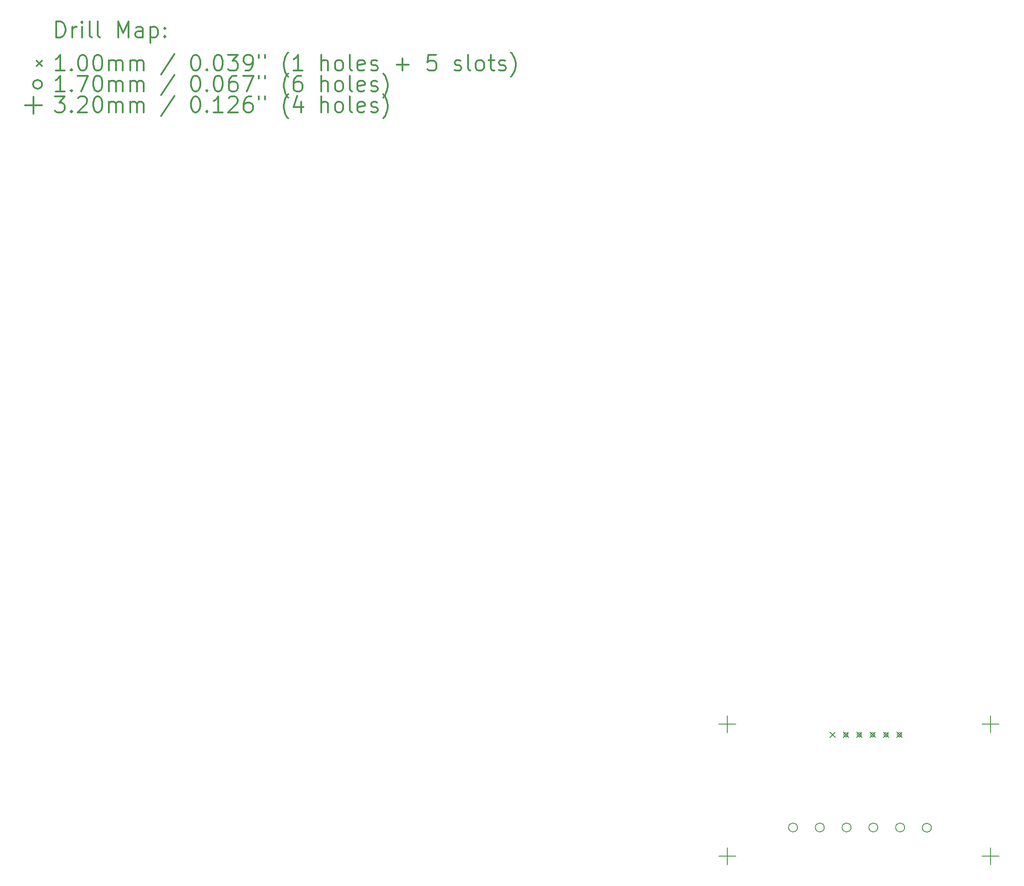
<source format=gbr>
%FSLAX45Y45*%
G04 Gerber Fmt 4.5, Leading zero omitted, Abs format (unit mm)*
G04 Created by KiCad (PCBNEW 4.0.5) date 03/21/17 10:41:15*
%MOMM*%
%LPD*%
G01*
G04 APERTURE LIST*
%ADD10C,0.127000*%
%ADD11C,0.200000*%
%ADD12C,0.300000*%
G04 APERTURE END LIST*
D10*
D11*
X14950000Y-13650000D02*
X15050000Y-13750000D01*
X15050000Y-13650000D02*
X14950000Y-13750000D01*
X15204000Y-13650000D02*
X15304000Y-13750000D01*
X15304000Y-13650000D02*
X15204000Y-13750000D01*
X15254000Y-13660000D02*
X15254000Y-13660000D01*
X15254000Y-13740000D02*
X15254000Y-13740000D01*
X15254000Y-13660000D02*
G75*
G03X15254000Y-13740000I0J-40000D01*
G01*
X15254000Y-13740000D02*
G75*
G03X15254000Y-13660000I0J40000D01*
G01*
X15458000Y-13650000D02*
X15558000Y-13750000D01*
X15558000Y-13650000D02*
X15458000Y-13750000D01*
X15508000Y-13660000D02*
X15508000Y-13660000D01*
X15508000Y-13740000D02*
X15508000Y-13740000D01*
X15508000Y-13660000D02*
G75*
G03X15508000Y-13740000I0J-40000D01*
G01*
X15508000Y-13740000D02*
G75*
G03X15508000Y-13660000I0J40000D01*
G01*
X15712000Y-13650000D02*
X15812000Y-13750000D01*
X15812000Y-13650000D02*
X15712000Y-13750000D01*
X15762000Y-13660000D02*
X15762000Y-13660000D01*
X15762000Y-13740000D02*
X15762000Y-13740000D01*
X15762000Y-13660000D02*
G75*
G03X15762000Y-13740000I0J-40000D01*
G01*
X15762000Y-13740000D02*
G75*
G03X15762000Y-13660000I0J40000D01*
G01*
X15966000Y-13650000D02*
X16066000Y-13750000D01*
X16066000Y-13650000D02*
X15966000Y-13750000D01*
X16016000Y-13660000D02*
X16016000Y-13660000D01*
X16016000Y-13740000D02*
X16016000Y-13740000D01*
X16016000Y-13660000D02*
G75*
G03X16016000Y-13740000I0J-40000D01*
G01*
X16016000Y-13740000D02*
G75*
G03X16016000Y-13660000I0J40000D01*
G01*
X16220000Y-13650000D02*
X16320000Y-13750000D01*
X16320000Y-13650000D02*
X16220000Y-13750000D01*
X16270000Y-13660000D02*
X16270000Y-13660000D01*
X16270000Y-13740000D02*
X16270000Y-13740000D01*
X16270000Y-13660000D02*
G75*
G03X16270000Y-13740000I0J-40000D01*
G01*
X16270000Y-13740000D02*
G75*
G03X16270000Y-13660000I0J40000D01*
G01*
X14335000Y-15460000D02*
G75*
G03X14335000Y-15460000I-85000J0D01*
G01*
X14843000Y-15460000D02*
G75*
G03X14843000Y-15460000I-85000J0D01*
G01*
X15351000Y-15460000D02*
G75*
G03X15351000Y-15460000I-85000J0D01*
G01*
X15859000Y-15460000D02*
G75*
G03X15859000Y-15460000I-85000J0D01*
G01*
X16367000Y-15460000D02*
G75*
G03X16367000Y-15460000I-85000J0D01*
G01*
X16875000Y-15465080D02*
G75*
G03X16875000Y-15465080I-85000J0D01*
G01*
X13000000Y-13340000D02*
X13000000Y-13660000D01*
X12840000Y-13500000D02*
X13160000Y-13500000D01*
X13000000Y-15840000D02*
X13000000Y-16160000D01*
X12840000Y-16000000D02*
X13160000Y-16000000D01*
X18000000Y-13340000D02*
X18000000Y-13660000D01*
X17840000Y-13500000D02*
X18160000Y-13500000D01*
X18000000Y-15840000D02*
X18000000Y-16160000D01*
X17840000Y-16000000D02*
X18160000Y-16000000D01*
D12*
X271429Y-465714D02*
X271429Y-165714D01*
X342857Y-165714D01*
X385714Y-180000D01*
X414286Y-208571D01*
X428571Y-237143D01*
X442857Y-294286D01*
X442857Y-337143D01*
X428571Y-394286D01*
X414286Y-422857D01*
X385714Y-451429D01*
X342857Y-465714D01*
X271429Y-465714D01*
X571429Y-465714D02*
X571429Y-265714D01*
X571429Y-322857D02*
X585714Y-294286D01*
X600000Y-280000D01*
X628571Y-265714D01*
X657143Y-265714D01*
X757143Y-465714D02*
X757143Y-265714D01*
X757143Y-165714D02*
X742857Y-180000D01*
X757143Y-194286D01*
X771429Y-180000D01*
X757143Y-165714D01*
X757143Y-194286D01*
X942857Y-465714D02*
X914286Y-451429D01*
X900000Y-422857D01*
X900000Y-165714D01*
X1100000Y-465714D02*
X1071429Y-451429D01*
X1057143Y-422857D01*
X1057143Y-165714D01*
X1442857Y-465714D02*
X1442857Y-165714D01*
X1542857Y-380000D01*
X1642857Y-165714D01*
X1642857Y-465714D01*
X1914286Y-465714D02*
X1914286Y-308571D01*
X1900000Y-280000D01*
X1871429Y-265714D01*
X1814286Y-265714D01*
X1785714Y-280000D01*
X1914286Y-451429D02*
X1885714Y-465714D01*
X1814286Y-465714D01*
X1785714Y-451429D01*
X1771429Y-422857D01*
X1771429Y-394286D01*
X1785714Y-365714D01*
X1814286Y-351429D01*
X1885714Y-351429D01*
X1914286Y-337143D01*
X2057143Y-265714D02*
X2057143Y-565714D01*
X2057143Y-280000D02*
X2085714Y-265714D01*
X2142857Y-265714D01*
X2171429Y-280000D01*
X2185714Y-294286D01*
X2200000Y-322857D01*
X2200000Y-408571D01*
X2185714Y-437143D01*
X2171429Y-451429D01*
X2142857Y-465714D01*
X2085714Y-465714D01*
X2057143Y-451429D01*
X2328572Y-437143D02*
X2342857Y-451429D01*
X2328572Y-465714D01*
X2314286Y-451429D01*
X2328572Y-437143D01*
X2328572Y-465714D01*
X2328572Y-280000D02*
X2342857Y-294286D01*
X2328572Y-308571D01*
X2314286Y-294286D01*
X2328572Y-280000D01*
X2328572Y-308571D01*
X-100000Y-910000D02*
X0Y-1010000D01*
X0Y-910000D02*
X-100000Y-1010000D01*
X428571Y-1095714D02*
X257143Y-1095714D01*
X342857Y-1095714D02*
X342857Y-795714D01*
X314286Y-838571D01*
X285714Y-867143D01*
X257143Y-881429D01*
X557143Y-1067143D02*
X571429Y-1081429D01*
X557143Y-1095714D01*
X542857Y-1081429D01*
X557143Y-1067143D01*
X557143Y-1095714D01*
X757143Y-795714D02*
X785714Y-795714D01*
X814286Y-810000D01*
X828571Y-824286D01*
X842857Y-852857D01*
X857143Y-910000D01*
X857143Y-981429D01*
X842857Y-1038571D01*
X828571Y-1067143D01*
X814286Y-1081429D01*
X785714Y-1095714D01*
X757143Y-1095714D01*
X728571Y-1081429D01*
X714286Y-1067143D01*
X700000Y-1038571D01*
X685714Y-981429D01*
X685714Y-910000D01*
X700000Y-852857D01*
X714286Y-824286D01*
X728571Y-810000D01*
X757143Y-795714D01*
X1042857Y-795714D02*
X1071429Y-795714D01*
X1100000Y-810000D01*
X1114286Y-824286D01*
X1128571Y-852857D01*
X1142857Y-910000D01*
X1142857Y-981429D01*
X1128571Y-1038571D01*
X1114286Y-1067143D01*
X1100000Y-1081429D01*
X1071429Y-1095714D01*
X1042857Y-1095714D01*
X1014286Y-1081429D01*
X1000000Y-1067143D01*
X985714Y-1038571D01*
X971429Y-981429D01*
X971429Y-910000D01*
X985714Y-852857D01*
X1000000Y-824286D01*
X1014286Y-810000D01*
X1042857Y-795714D01*
X1271429Y-1095714D02*
X1271429Y-895714D01*
X1271429Y-924286D02*
X1285714Y-910000D01*
X1314286Y-895714D01*
X1357143Y-895714D01*
X1385714Y-910000D01*
X1400000Y-938571D01*
X1400000Y-1095714D01*
X1400000Y-938571D02*
X1414286Y-910000D01*
X1442857Y-895714D01*
X1485714Y-895714D01*
X1514286Y-910000D01*
X1528571Y-938571D01*
X1528571Y-1095714D01*
X1671429Y-1095714D02*
X1671429Y-895714D01*
X1671429Y-924286D02*
X1685714Y-910000D01*
X1714286Y-895714D01*
X1757143Y-895714D01*
X1785714Y-910000D01*
X1800000Y-938571D01*
X1800000Y-1095714D01*
X1800000Y-938571D02*
X1814286Y-910000D01*
X1842857Y-895714D01*
X1885714Y-895714D01*
X1914286Y-910000D01*
X1928571Y-938571D01*
X1928571Y-1095714D01*
X2514286Y-781429D02*
X2257143Y-1167143D01*
X2900000Y-795714D02*
X2928571Y-795714D01*
X2957143Y-810000D01*
X2971428Y-824286D01*
X2985714Y-852857D01*
X3000000Y-910000D01*
X3000000Y-981429D01*
X2985714Y-1038571D01*
X2971428Y-1067143D01*
X2957143Y-1081429D01*
X2928571Y-1095714D01*
X2900000Y-1095714D01*
X2871428Y-1081429D01*
X2857143Y-1067143D01*
X2842857Y-1038571D01*
X2828571Y-981429D01*
X2828571Y-910000D01*
X2842857Y-852857D01*
X2857143Y-824286D01*
X2871428Y-810000D01*
X2900000Y-795714D01*
X3128571Y-1067143D02*
X3142857Y-1081429D01*
X3128571Y-1095714D01*
X3114286Y-1081429D01*
X3128571Y-1067143D01*
X3128571Y-1095714D01*
X3328571Y-795714D02*
X3357143Y-795714D01*
X3385714Y-810000D01*
X3400000Y-824286D01*
X3414286Y-852857D01*
X3428571Y-910000D01*
X3428571Y-981429D01*
X3414286Y-1038571D01*
X3400000Y-1067143D01*
X3385714Y-1081429D01*
X3357143Y-1095714D01*
X3328571Y-1095714D01*
X3300000Y-1081429D01*
X3285714Y-1067143D01*
X3271428Y-1038571D01*
X3257143Y-981429D01*
X3257143Y-910000D01*
X3271428Y-852857D01*
X3285714Y-824286D01*
X3300000Y-810000D01*
X3328571Y-795714D01*
X3528571Y-795714D02*
X3714286Y-795714D01*
X3614286Y-910000D01*
X3657143Y-910000D01*
X3685714Y-924286D01*
X3700000Y-938571D01*
X3714286Y-967143D01*
X3714286Y-1038571D01*
X3700000Y-1067143D01*
X3685714Y-1081429D01*
X3657143Y-1095714D01*
X3571428Y-1095714D01*
X3542857Y-1081429D01*
X3528571Y-1067143D01*
X3857143Y-1095714D02*
X3914286Y-1095714D01*
X3942857Y-1081429D01*
X3957143Y-1067143D01*
X3985714Y-1024286D01*
X4000000Y-967143D01*
X4000000Y-852857D01*
X3985714Y-824286D01*
X3971428Y-810000D01*
X3942857Y-795714D01*
X3885714Y-795714D01*
X3857143Y-810000D01*
X3842857Y-824286D01*
X3828571Y-852857D01*
X3828571Y-924286D01*
X3842857Y-952857D01*
X3857143Y-967143D01*
X3885714Y-981429D01*
X3942857Y-981429D01*
X3971428Y-967143D01*
X3985714Y-952857D01*
X4000000Y-924286D01*
X4114286Y-795714D02*
X4114286Y-852857D01*
X4228571Y-795714D02*
X4228571Y-852857D01*
X4671429Y-1210000D02*
X4657143Y-1195714D01*
X4628571Y-1152857D01*
X4614286Y-1124286D01*
X4600000Y-1081429D01*
X4585714Y-1010000D01*
X4585714Y-952857D01*
X4600000Y-881429D01*
X4614286Y-838571D01*
X4628571Y-810000D01*
X4657143Y-767143D01*
X4671429Y-752857D01*
X4942857Y-1095714D02*
X4771429Y-1095714D01*
X4857143Y-1095714D02*
X4857143Y-795714D01*
X4828571Y-838571D01*
X4800000Y-867143D01*
X4771429Y-881429D01*
X5300000Y-1095714D02*
X5300000Y-795714D01*
X5428571Y-1095714D02*
X5428571Y-938571D01*
X5414286Y-910000D01*
X5385714Y-895714D01*
X5342857Y-895714D01*
X5314286Y-910000D01*
X5300000Y-924286D01*
X5614286Y-1095714D02*
X5585714Y-1081429D01*
X5571429Y-1067143D01*
X5557143Y-1038571D01*
X5557143Y-952857D01*
X5571429Y-924286D01*
X5585714Y-910000D01*
X5614286Y-895714D01*
X5657143Y-895714D01*
X5685714Y-910000D01*
X5700000Y-924286D01*
X5714286Y-952857D01*
X5714286Y-1038571D01*
X5700000Y-1067143D01*
X5685714Y-1081429D01*
X5657143Y-1095714D01*
X5614286Y-1095714D01*
X5885714Y-1095714D02*
X5857143Y-1081429D01*
X5842857Y-1052857D01*
X5842857Y-795714D01*
X6114286Y-1081429D02*
X6085714Y-1095714D01*
X6028571Y-1095714D01*
X6000000Y-1081429D01*
X5985714Y-1052857D01*
X5985714Y-938571D01*
X6000000Y-910000D01*
X6028571Y-895714D01*
X6085714Y-895714D01*
X6114286Y-910000D01*
X6128571Y-938571D01*
X6128571Y-967143D01*
X5985714Y-995714D01*
X6242857Y-1081429D02*
X6271429Y-1095714D01*
X6328571Y-1095714D01*
X6357143Y-1081429D01*
X6371429Y-1052857D01*
X6371429Y-1038571D01*
X6357143Y-1010000D01*
X6328571Y-995714D01*
X6285714Y-995714D01*
X6257143Y-981429D01*
X6242857Y-952857D01*
X6242857Y-938571D01*
X6257143Y-910000D01*
X6285714Y-895714D01*
X6328571Y-895714D01*
X6357143Y-910000D01*
X6728571Y-981429D02*
X6957143Y-981429D01*
X6842857Y-1095714D02*
X6842857Y-867143D01*
X7471428Y-795714D02*
X7328571Y-795714D01*
X7314286Y-938571D01*
X7328571Y-924286D01*
X7357143Y-910000D01*
X7428571Y-910000D01*
X7457143Y-924286D01*
X7471428Y-938571D01*
X7485714Y-967143D01*
X7485714Y-1038571D01*
X7471428Y-1067143D01*
X7457143Y-1081429D01*
X7428571Y-1095714D01*
X7357143Y-1095714D01*
X7328571Y-1081429D01*
X7314286Y-1067143D01*
X7828571Y-1081429D02*
X7857143Y-1095714D01*
X7914286Y-1095714D01*
X7942857Y-1081429D01*
X7957143Y-1052857D01*
X7957143Y-1038571D01*
X7942857Y-1010000D01*
X7914286Y-995714D01*
X7871428Y-995714D01*
X7842857Y-981429D01*
X7828571Y-952857D01*
X7828571Y-938571D01*
X7842857Y-910000D01*
X7871428Y-895714D01*
X7914286Y-895714D01*
X7942857Y-910000D01*
X8128571Y-1095714D02*
X8100000Y-1081429D01*
X8085714Y-1052857D01*
X8085714Y-795714D01*
X8285714Y-1095714D02*
X8257143Y-1081429D01*
X8242857Y-1067143D01*
X8228571Y-1038571D01*
X8228571Y-952857D01*
X8242857Y-924286D01*
X8257143Y-910000D01*
X8285714Y-895714D01*
X8328571Y-895714D01*
X8357143Y-910000D01*
X8371428Y-924286D01*
X8385714Y-952857D01*
X8385714Y-1038571D01*
X8371428Y-1067143D01*
X8357143Y-1081429D01*
X8328571Y-1095714D01*
X8285714Y-1095714D01*
X8471429Y-895714D02*
X8585714Y-895714D01*
X8514286Y-795714D02*
X8514286Y-1052857D01*
X8528571Y-1081429D01*
X8557143Y-1095714D01*
X8585714Y-1095714D01*
X8671429Y-1081429D02*
X8700000Y-1095714D01*
X8757143Y-1095714D01*
X8785714Y-1081429D01*
X8800000Y-1052857D01*
X8800000Y-1038571D01*
X8785714Y-1010000D01*
X8757143Y-995714D01*
X8714286Y-995714D01*
X8685714Y-981429D01*
X8671429Y-952857D01*
X8671429Y-938571D01*
X8685714Y-910000D01*
X8714286Y-895714D01*
X8757143Y-895714D01*
X8785714Y-910000D01*
X8900000Y-1210000D02*
X8914286Y-1195714D01*
X8942857Y-1152857D01*
X8957143Y-1124286D01*
X8971429Y-1081429D01*
X8985714Y-1010000D01*
X8985714Y-952857D01*
X8971429Y-881429D01*
X8957143Y-838571D01*
X8942857Y-810000D01*
X8914286Y-767143D01*
X8900000Y-752857D01*
X0Y-1356000D02*
G75*
G03X0Y-1356000I-85000J0D01*
G01*
X428571Y-1491714D02*
X257143Y-1491714D01*
X342857Y-1491714D02*
X342857Y-1191714D01*
X314286Y-1234571D01*
X285714Y-1263143D01*
X257143Y-1277429D01*
X557143Y-1463143D02*
X571429Y-1477429D01*
X557143Y-1491714D01*
X542857Y-1477429D01*
X557143Y-1463143D01*
X557143Y-1491714D01*
X671429Y-1191714D02*
X871428Y-1191714D01*
X742857Y-1491714D01*
X1042857Y-1191714D02*
X1071429Y-1191714D01*
X1100000Y-1206000D01*
X1114286Y-1220286D01*
X1128571Y-1248857D01*
X1142857Y-1306000D01*
X1142857Y-1377429D01*
X1128571Y-1434571D01*
X1114286Y-1463143D01*
X1100000Y-1477429D01*
X1071429Y-1491714D01*
X1042857Y-1491714D01*
X1014286Y-1477429D01*
X1000000Y-1463143D01*
X985714Y-1434571D01*
X971429Y-1377429D01*
X971429Y-1306000D01*
X985714Y-1248857D01*
X1000000Y-1220286D01*
X1014286Y-1206000D01*
X1042857Y-1191714D01*
X1271429Y-1491714D02*
X1271429Y-1291714D01*
X1271429Y-1320286D02*
X1285714Y-1306000D01*
X1314286Y-1291714D01*
X1357143Y-1291714D01*
X1385714Y-1306000D01*
X1400000Y-1334571D01*
X1400000Y-1491714D01*
X1400000Y-1334571D02*
X1414286Y-1306000D01*
X1442857Y-1291714D01*
X1485714Y-1291714D01*
X1514286Y-1306000D01*
X1528571Y-1334571D01*
X1528571Y-1491714D01*
X1671429Y-1491714D02*
X1671429Y-1291714D01*
X1671429Y-1320286D02*
X1685714Y-1306000D01*
X1714286Y-1291714D01*
X1757143Y-1291714D01*
X1785714Y-1306000D01*
X1800000Y-1334571D01*
X1800000Y-1491714D01*
X1800000Y-1334571D02*
X1814286Y-1306000D01*
X1842857Y-1291714D01*
X1885714Y-1291714D01*
X1914286Y-1306000D01*
X1928571Y-1334571D01*
X1928571Y-1491714D01*
X2514286Y-1177429D02*
X2257143Y-1563143D01*
X2900000Y-1191714D02*
X2928571Y-1191714D01*
X2957143Y-1206000D01*
X2971428Y-1220286D01*
X2985714Y-1248857D01*
X3000000Y-1306000D01*
X3000000Y-1377429D01*
X2985714Y-1434571D01*
X2971428Y-1463143D01*
X2957143Y-1477429D01*
X2928571Y-1491714D01*
X2900000Y-1491714D01*
X2871428Y-1477429D01*
X2857143Y-1463143D01*
X2842857Y-1434571D01*
X2828571Y-1377429D01*
X2828571Y-1306000D01*
X2842857Y-1248857D01*
X2857143Y-1220286D01*
X2871428Y-1206000D01*
X2900000Y-1191714D01*
X3128571Y-1463143D02*
X3142857Y-1477429D01*
X3128571Y-1491714D01*
X3114286Y-1477429D01*
X3128571Y-1463143D01*
X3128571Y-1491714D01*
X3328571Y-1191714D02*
X3357143Y-1191714D01*
X3385714Y-1206000D01*
X3400000Y-1220286D01*
X3414286Y-1248857D01*
X3428571Y-1306000D01*
X3428571Y-1377429D01*
X3414286Y-1434571D01*
X3400000Y-1463143D01*
X3385714Y-1477429D01*
X3357143Y-1491714D01*
X3328571Y-1491714D01*
X3300000Y-1477429D01*
X3285714Y-1463143D01*
X3271428Y-1434571D01*
X3257143Y-1377429D01*
X3257143Y-1306000D01*
X3271428Y-1248857D01*
X3285714Y-1220286D01*
X3300000Y-1206000D01*
X3328571Y-1191714D01*
X3685714Y-1191714D02*
X3628571Y-1191714D01*
X3600000Y-1206000D01*
X3585714Y-1220286D01*
X3557143Y-1263143D01*
X3542857Y-1320286D01*
X3542857Y-1434571D01*
X3557143Y-1463143D01*
X3571428Y-1477429D01*
X3600000Y-1491714D01*
X3657143Y-1491714D01*
X3685714Y-1477429D01*
X3700000Y-1463143D01*
X3714286Y-1434571D01*
X3714286Y-1363143D01*
X3700000Y-1334571D01*
X3685714Y-1320286D01*
X3657143Y-1306000D01*
X3600000Y-1306000D01*
X3571428Y-1320286D01*
X3557143Y-1334571D01*
X3542857Y-1363143D01*
X3814286Y-1191714D02*
X4014286Y-1191714D01*
X3885714Y-1491714D01*
X4114286Y-1191714D02*
X4114286Y-1248857D01*
X4228571Y-1191714D02*
X4228571Y-1248857D01*
X4671429Y-1606000D02*
X4657143Y-1591714D01*
X4628571Y-1548857D01*
X4614286Y-1520286D01*
X4600000Y-1477429D01*
X4585714Y-1406000D01*
X4585714Y-1348857D01*
X4600000Y-1277429D01*
X4614286Y-1234571D01*
X4628571Y-1206000D01*
X4657143Y-1163143D01*
X4671429Y-1148857D01*
X4914286Y-1191714D02*
X4857143Y-1191714D01*
X4828571Y-1206000D01*
X4814286Y-1220286D01*
X4785714Y-1263143D01*
X4771429Y-1320286D01*
X4771429Y-1434571D01*
X4785714Y-1463143D01*
X4800000Y-1477429D01*
X4828571Y-1491714D01*
X4885714Y-1491714D01*
X4914286Y-1477429D01*
X4928571Y-1463143D01*
X4942857Y-1434571D01*
X4942857Y-1363143D01*
X4928571Y-1334571D01*
X4914286Y-1320286D01*
X4885714Y-1306000D01*
X4828571Y-1306000D01*
X4800000Y-1320286D01*
X4785714Y-1334571D01*
X4771429Y-1363143D01*
X5300000Y-1491714D02*
X5300000Y-1191714D01*
X5428571Y-1491714D02*
X5428571Y-1334571D01*
X5414286Y-1306000D01*
X5385714Y-1291714D01*
X5342857Y-1291714D01*
X5314286Y-1306000D01*
X5300000Y-1320286D01*
X5614286Y-1491714D02*
X5585714Y-1477429D01*
X5571429Y-1463143D01*
X5557143Y-1434571D01*
X5557143Y-1348857D01*
X5571429Y-1320286D01*
X5585714Y-1306000D01*
X5614286Y-1291714D01*
X5657143Y-1291714D01*
X5685714Y-1306000D01*
X5700000Y-1320286D01*
X5714286Y-1348857D01*
X5714286Y-1434571D01*
X5700000Y-1463143D01*
X5685714Y-1477429D01*
X5657143Y-1491714D01*
X5614286Y-1491714D01*
X5885714Y-1491714D02*
X5857143Y-1477429D01*
X5842857Y-1448857D01*
X5842857Y-1191714D01*
X6114286Y-1477429D02*
X6085714Y-1491714D01*
X6028571Y-1491714D01*
X6000000Y-1477429D01*
X5985714Y-1448857D01*
X5985714Y-1334571D01*
X6000000Y-1306000D01*
X6028571Y-1291714D01*
X6085714Y-1291714D01*
X6114286Y-1306000D01*
X6128571Y-1334571D01*
X6128571Y-1363143D01*
X5985714Y-1391714D01*
X6242857Y-1477429D02*
X6271429Y-1491714D01*
X6328571Y-1491714D01*
X6357143Y-1477429D01*
X6371429Y-1448857D01*
X6371429Y-1434571D01*
X6357143Y-1406000D01*
X6328571Y-1391714D01*
X6285714Y-1391714D01*
X6257143Y-1377429D01*
X6242857Y-1348857D01*
X6242857Y-1334571D01*
X6257143Y-1306000D01*
X6285714Y-1291714D01*
X6328571Y-1291714D01*
X6357143Y-1306000D01*
X6471428Y-1606000D02*
X6485714Y-1591714D01*
X6514286Y-1548857D01*
X6528571Y-1520286D01*
X6542857Y-1477429D01*
X6557143Y-1406000D01*
X6557143Y-1348857D01*
X6542857Y-1277429D01*
X6528571Y-1234571D01*
X6514286Y-1206000D01*
X6485714Y-1163143D01*
X6471428Y-1148857D01*
X-160000Y-1592000D02*
X-160000Y-1912000D01*
X-320000Y-1752000D02*
X0Y-1752000D01*
X242857Y-1587714D02*
X428571Y-1587714D01*
X328571Y-1702000D01*
X371429Y-1702000D01*
X400000Y-1716286D01*
X414286Y-1730571D01*
X428571Y-1759143D01*
X428571Y-1830571D01*
X414286Y-1859143D01*
X400000Y-1873429D01*
X371429Y-1887714D01*
X285714Y-1887714D01*
X257143Y-1873429D01*
X242857Y-1859143D01*
X557143Y-1859143D02*
X571429Y-1873429D01*
X557143Y-1887714D01*
X542857Y-1873429D01*
X557143Y-1859143D01*
X557143Y-1887714D01*
X685714Y-1616286D02*
X700000Y-1602000D01*
X728571Y-1587714D01*
X800000Y-1587714D01*
X828571Y-1602000D01*
X842857Y-1616286D01*
X857143Y-1644857D01*
X857143Y-1673429D01*
X842857Y-1716286D01*
X671429Y-1887714D01*
X857143Y-1887714D01*
X1042857Y-1587714D02*
X1071429Y-1587714D01*
X1100000Y-1602000D01*
X1114286Y-1616286D01*
X1128571Y-1644857D01*
X1142857Y-1702000D01*
X1142857Y-1773429D01*
X1128571Y-1830571D01*
X1114286Y-1859143D01*
X1100000Y-1873429D01*
X1071429Y-1887714D01*
X1042857Y-1887714D01*
X1014286Y-1873429D01*
X1000000Y-1859143D01*
X985714Y-1830571D01*
X971429Y-1773429D01*
X971429Y-1702000D01*
X985714Y-1644857D01*
X1000000Y-1616286D01*
X1014286Y-1602000D01*
X1042857Y-1587714D01*
X1271429Y-1887714D02*
X1271429Y-1687714D01*
X1271429Y-1716286D02*
X1285714Y-1702000D01*
X1314286Y-1687714D01*
X1357143Y-1687714D01*
X1385714Y-1702000D01*
X1400000Y-1730571D01*
X1400000Y-1887714D01*
X1400000Y-1730571D02*
X1414286Y-1702000D01*
X1442857Y-1687714D01*
X1485714Y-1687714D01*
X1514286Y-1702000D01*
X1528571Y-1730571D01*
X1528571Y-1887714D01*
X1671429Y-1887714D02*
X1671429Y-1687714D01*
X1671429Y-1716286D02*
X1685714Y-1702000D01*
X1714286Y-1687714D01*
X1757143Y-1687714D01*
X1785714Y-1702000D01*
X1800000Y-1730571D01*
X1800000Y-1887714D01*
X1800000Y-1730571D02*
X1814286Y-1702000D01*
X1842857Y-1687714D01*
X1885714Y-1687714D01*
X1914286Y-1702000D01*
X1928571Y-1730571D01*
X1928571Y-1887714D01*
X2514286Y-1573429D02*
X2257143Y-1959143D01*
X2900000Y-1587714D02*
X2928571Y-1587714D01*
X2957143Y-1602000D01*
X2971428Y-1616286D01*
X2985714Y-1644857D01*
X3000000Y-1702000D01*
X3000000Y-1773429D01*
X2985714Y-1830571D01*
X2971428Y-1859143D01*
X2957143Y-1873429D01*
X2928571Y-1887714D01*
X2900000Y-1887714D01*
X2871428Y-1873429D01*
X2857143Y-1859143D01*
X2842857Y-1830571D01*
X2828571Y-1773429D01*
X2828571Y-1702000D01*
X2842857Y-1644857D01*
X2857143Y-1616286D01*
X2871428Y-1602000D01*
X2900000Y-1587714D01*
X3128571Y-1859143D02*
X3142857Y-1873429D01*
X3128571Y-1887714D01*
X3114286Y-1873429D01*
X3128571Y-1859143D01*
X3128571Y-1887714D01*
X3428571Y-1887714D02*
X3257143Y-1887714D01*
X3342857Y-1887714D02*
X3342857Y-1587714D01*
X3314286Y-1630571D01*
X3285714Y-1659143D01*
X3257143Y-1673429D01*
X3542857Y-1616286D02*
X3557143Y-1602000D01*
X3585714Y-1587714D01*
X3657143Y-1587714D01*
X3685714Y-1602000D01*
X3700000Y-1616286D01*
X3714286Y-1644857D01*
X3714286Y-1673429D01*
X3700000Y-1716286D01*
X3528571Y-1887714D01*
X3714286Y-1887714D01*
X3971428Y-1587714D02*
X3914286Y-1587714D01*
X3885714Y-1602000D01*
X3871428Y-1616286D01*
X3842857Y-1659143D01*
X3828571Y-1716286D01*
X3828571Y-1830571D01*
X3842857Y-1859143D01*
X3857143Y-1873429D01*
X3885714Y-1887714D01*
X3942857Y-1887714D01*
X3971428Y-1873429D01*
X3985714Y-1859143D01*
X4000000Y-1830571D01*
X4000000Y-1759143D01*
X3985714Y-1730571D01*
X3971428Y-1716286D01*
X3942857Y-1702000D01*
X3885714Y-1702000D01*
X3857143Y-1716286D01*
X3842857Y-1730571D01*
X3828571Y-1759143D01*
X4114286Y-1587714D02*
X4114286Y-1644857D01*
X4228571Y-1587714D02*
X4228571Y-1644857D01*
X4671429Y-2002000D02*
X4657143Y-1987714D01*
X4628571Y-1944857D01*
X4614286Y-1916286D01*
X4600000Y-1873429D01*
X4585714Y-1802000D01*
X4585714Y-1744857D01*
X4600000Y-1673429D01*
X4614286Y-1630571D01*
X4628571Y-1602000D01*
X4657143Y-1559143D01*
X4671429Y-1544857D01*
X4914286Y-1687714D02*
X4914286Y-1887714D01*
X4842857Y-1573429D02*
X4771429Y-1787714D01*
X4957143Y-1787714D01*
X5300000Y-1887714D02*
X5300000Y-1587714D01*
X5428571Y-1887714D02*
X5428571Y-1730571D01*
X5414286Y-1702000D01*
X5385714Y-1687714D01*
X5342857Y-1687714D01*
X5314286Y-1702000D01*
X5300000Y-1716286D01*
X5614286Y-1887714D02*
X5585714Y-1873429D01*
X5571429Y-1859143D01*
X5557143Y-1830571D01*
X5557143Y-1744857D01*
X5571429Y-1716286D01*
X5585714Y-1702000D01*
X5614286Y-1687714D01*
X5657143Y-1687714D01*
X5685714Y-1702000D01*
X5700000Y-1716286D01*
X5714286Y-1744857D01*
X5714286Y-1830571D01*
X5700000Y-1859143D01*
X5685714Y-1873429D01*
X5657143Y-1887714D01*
X5614286Y-1887714D01*
X5885714Y-1887714D02*
X5857143Y-1873429D01*
X5842857Y-1844857D01*
X5842857Y-1587714D01*
X6114286Y-1873429D02*
X6085714Y-1887714D01*
X6028571Y-1887714D01*
X6000000Y-1873429D01*
X5985714Y-1844857D01*
X5985714Y-1730571D01*
X6000000Y-1702000D01*
X6028571Y-1687714D01*
X6085714Y-1687714D01*
X6114286Y-1702000D01*
X6128571Y-1730571D01*
X6128571Y-1759143D01*
X5985714Y-1787714D01*
X6242857Y-1873429D02*
X6271429Y-1887714D01*
X6328571Y-1887714D01*
X6357143Y-1873429D01*
X6371429Y-1844857D01*
X6371429Y-1830571D01*
X6357143Y-1802000D01*
X6328571Y-1787714D01*
X6285714Y-1787714D01*
X6257143Y-1773429D01*
X6242857Y-1744857D01*
X6242857Y-1730571D01*
X6257143Y-1702000D01*
X6285714Y-1687714D01*
X6328571Y-1687714D01*
X6357143Y-1702000D01*
X6471428Y-2002000D02*
X6485714Y-1987714D01*
X6514286Y-1944857D01*
X6528571Y-1916286D01*
X6542857Y-1873429D01*
X6557143Y-1802000D01*
X6557143Y-1744857D01*
X6542857Y-1673429D01*
X6528571Y-1630571D01*
X6514286Y-1602000D01*
X6485714Y-1559143D01*
X6471428Y-1544857D01*
M02*

</source>
